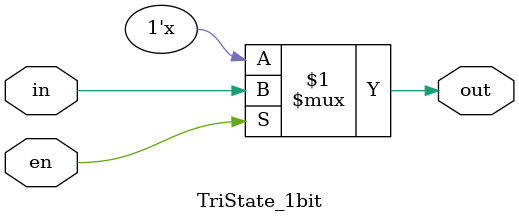
<source format=v>
module TriState_1bit(in, en, out);
input in;
input en;
output out;

	assign out = en ? in : 1'bz;

endmodule

</source>
